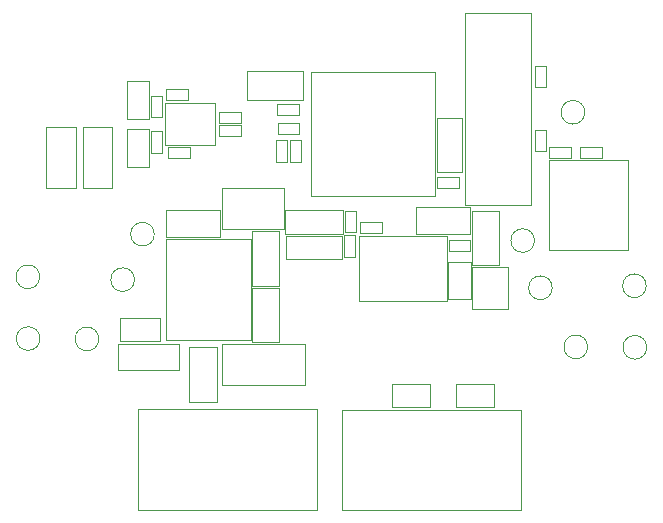
<source format=gbr>
%TF.GenerationSoftware,KiCad,Pcbnew,(5.1.10)-1*%
%TF.CreationDate,2021-11-03T13:15:42+05:30*%
%TF.ProjectId,Modbus_IO_Board,4d6f6462-7573-45f4-994f-5f426f617264,rev?*%
%TF.SameCoordinates,Original*%
%TF.FileFunction,Other,User*%
%FSLAX46Y46*%
G04 Gerber Fmt 4.6, Leading zero omitted, Abs format (unit mm)*
G04 Created by KiCad (PCBNEW (5.1.10)-1) date 2021-11-03 13:15:42*
%MOMM*%
%LPD*%
G01*
G04 APERTURE LIST*
%ADD10C,0.050000*%
%ADD11C,0.100000*%
G04 APERTURE END LIST*
D10*
%TO.C,D11*%
X209650000Y-116000000D02*
X209650000Y-114100000D01*
X209650000Y-114100000D02*
X206450000Y-114100000D01*
X206450000Y-116000000D02*
X206450000Y-114100000D01*
X209650000Y-116000000D02*
X206450000Y-116000000D01*
%TO.C,D10*%
X204250000Y-116025000D02*
X204250000Y-114125000D01*
X204250000Y-114125000D02*
X201050000Y-114125000D01*
X201050000Y-116025000D02*
X201050000Y-114125000D01*
X204250000Y-116025000D02*
X201050000Y-116025000D01*
%TO.C,12V*%
X217590000Y-110940000D02*
G75*
G03*
X217590000Y-110940000I-1000000J0D01*
G01*
X176200000Y-110270000D02*
G75*
G03*
X176200000Y-110270000I-1000000J0D01*
G01*
%TO.C,GND*%
X171220000Y-110240000D02*
G75*
G03*
X171220000Y-110240000I-1000000J0D01*
G01*
X222590000Y-110980000D02*
G75*
G03*
X222590000Y-110980000I-1000000J0D01*
G01*
%TO.C,B*%
X180900000Y-101400000D02*
G75*
G03*
X180900000Y-101400000I-1000000J0D01*
G01*
%TO.C,A*%
X179220000Y-105250000D02*
G75*
G03*
X179220000Y-105250000I-1000000J0D01*
G01*
%TO.C,C8*%
X186625000Y-97480000D02*
X191875000Y-97480000D01*
X191875000Y-97480000D02*
X191875000Y-100980000D01*
X191875000Y-100980000D02*
X186625000Y-100980000D01*
X186625000Y-100980000D02*
X186625000Y-97480000D01*
%TO.C,IC5*%
X221000000Y-95100000D02*
X221000000Y-102700000D01*
X221000000Y-102700000D02*
X214360000Y-102700000D01*
X214360000Y-102700000D02*
X214360000Y-95100000D01*
X214360000Y-95100000D02*
X221000000Y-95100000D01*
%TO.C,GND*%
X217350000Y-91080000D02*
G75*
G03*
X217350000Y-91080000I-1000000J0D01*
G01*
%TO.C,D4*%
X186660000Y-110710000D02*
X193660000Y-110710000D01*
X193660000Y-110710000D02*
X193660000Y-114210000D01*
X193660000Y-114210000D02*
X186660000Y-114210000D01*
X186660000Y-114210000D02*
X186660000Y-110710000D01*
%TO.C,FB1*%
X189200000Y-110560000D02*
X189200000Y-105960000D01*
X189200000Y-105960000D02*
X191500000Y-105960000D01*
X191500000Y-105960000D02*
X191500000Y-110560000D01*
X191500000Y-110560000D02*
X189200000Y-110560000D01*
%TO.C,A*%
X214590000Y-105940000D02*
G75*
G03*
X214590000Y-105940000I-1000000J0D01*
G01*
%TO.C,FB2*%
X207650000Y-99080000D02*
X207650000Y-101380000D01*
X203050000Y-99080000D02*
X207650000Y-99080000D01*
X203050000Y-101380000D02*
X203050000Y-99080000D01*
X207650000Y-101380000D02*
X203050000Y-101380000D01*
%TO.C,IC3*%
X198245000Y-101540000D02*
X205695000Y-101540000D01*
X205695000Y-101540000D02*
X205695000Y-107040000D01*
X205695000Y-107040000D02*
X198245000Y-107040000D01*
X198245000Y-107040000D02*
X198245000Y-101540000D01*
%TO.C,C9*%
X191480000Y-105750000D02*
X189180000Y-105750000D01*
X189180000Y-105750000D02*
X189180000Y-101150000D01*
X189180000Y-101150000D02*
X191480000Y-101150000D01*
X191480000Y-101150000D02*
X191480000Y-105750000D01*
%TO.C,RT1*%
X178002000Y-110423000D02*
X181418000Y-110423000D01*
X178002000Y-108457000D02*
X181418000Y-108457000D01*
X178002000Y-110423000D02*
X178002000Y-108457000D01*
X181418000Y-110423000D02*
X181418000Y-108457000D01*
%TO.C,B*%
X213090000Y-101940000D02*
G75*
G03*
X213090000Y-101940000I-1000000J0D01*
G01*
%TO.C,D3*%
X183020000Y-112940000D02*
X177840000Y-112940000D01*
X177840000Y-112940000D02*
X177840000Y-110720000D01*
X177840000Y-110720000D02*
X183020000Y-110720000D01*
X183020000Y-110730000D02*
X183020000Y-112940000D01*
%TO.C,C12*%
X207760000Y-99420000D02*
X210060000Y-99420000D01*
X210060000Y-99420000D02*
X210060000Y-104020000D01*
X210060000Y-104020000D02*
X207760000Y-104020000D01*
X207760000Y-104020000D02*
X207760000Y-99420000D01*
%TO.C,IC4*%
X181800000Y-93875000D02*
X181800000Y-90325000D01*
X186000000Y-93875000D02*
X181800000Y-93875000D01*
X186000000Y-90325000D02*
X186000000Y-93875000D01*
X181800000Y-90325000D02*
X186000000Y-90325000D01*
%TO.C,D8*%
X177319200Y-97465400D02*
X174830000Y-97465400D01*
X177319200Y-92315400D02*
X177319200Y-97465400D01*
X174830000Y-92315400D02*
X177319200Y-92315400D01*
X174830000Y-97465400D02*
X174830000Y-92315400D01*
%TO.C,IC1*%
X204670000Y-87640000D02*
X204670000Y-98140000D01*
X194170000Y-87640000D02*
X204670000Y-87640000D01*
X194170000Y-98140000D02*
X194170000Y-87640000D01*
X204670000Y-98140000D02*
X194170000Y-98140000D01*
%TO.C,R6*%
X183730000Y-89130000D02*
X183730000Y-90070000D01*
X183730000Y-90070000D02*
X181870000Y-90070000D01*
X181870000Y-90070000D02*
X181870000Y-89130000D01*
X181870000Y-89130000D02*
X183730000Y-89130000D01*
%TO.C,R5*%
X216920000Y-94950000D02*
X216920000Y-94010000D01*
X216920000Y-94010000D02*
X218780000Y-94010000D01*
X218780000Y-94010000D02*
X218780000Y-94950000D01*
X218780000Y-94950000D02*
X216920000Y-94950000D01*
%TO.C,C4*%
X191340000Y-92920000D02*
X191340000Y-92000000D01*
X191340000Y-92000000D02*
X193160000Y-92000000D01*
X193160000Y-92000000D02*
X193160000Y-92920000D01*
X193160000Y-92920000D02*
X191340000Y-92920000D01*
%TO.C,R4*%
X214360000Y-94960000D02*
X214360000Y-94020000D01*
X214360000Y-94020000D02*
X216220000Y-94020000D01*
X216220000Y-94020000D02*
X216220000Y-94960000D01*
X216220000Y-94960000D02*
X214360000Y-94960000D01*
%TO.C,C10*%
X181900000Y-101650000D02*
X181900000Y-99350000D01*
X181900000Y-99350000D02*
X186500000Y-99350000D01*
X186500000Y-99350000D02*
X186500000Y-101650000D01*
X186500000Y-101650000D02*
X181900000Y-101650000D01*
%TO.C,R2*%
X200150000Y-101280000D02*
X198290000Y-101280000D01*
X200150000Y-100340000D02*
X200150000Y-101280000D01*
X198290000Y-100340000D02*
X200150000Y-100340000D01*
X198290000Y-101280000D02*
X198290000Y-100340000D01*
%TO.C,C2*%
X206700000Y-96570000D02*
X206700000Y-97490000D01*
X206700000Y-97490000D02*
X204880000Y-97490000D01*
X204880000Y-97490000D02*
X204880000Y-96570000D01*
X204880000Y-96570000D02*
X206700000Y-96570000D01*
%TO.C,RV1*%
X186240000Y-110950000D02*
X186240000Y-115650000D01*
X186240000Y-115650000D02*
X183840000Y-115650000D01*
X183840000Y-115650000D02*
X183840000Y-110950000D01*
X183840000Y-110950000D02*
X186240000Y-110950000D01*
%TO.C,L1*%
X188780000Y-90000000D02*
X188780000Y-87600000D01*
X188780000Y-87600000D02*
X193480000Y-87600000D01*
X193480000Y-87600000D02*
X193480000Y-90000000D01*
X193480000Y-90000000D02*
X188780000Y-90000000D01*
%TO.C,R3*%
X192120000Y-95300000D02*
X191180000Y-95300000D01*
X191180000Y-95300000D02*
X191180000Y-93440000D01*
X191180000Y-93440000D02*
X192120000Y-93440000D01*
X192120000Y-93440000D02*
X192120000Y-95300000D01*
D11*
%TO.C,U1*%
X207842000Y-107718000D02*
X207842000Y-104162000D01*
X207842000Y-104162000D02*
X210890000Y-104162000D01*
X210890000Y-104162000D02*
X210890000Y-107718000D01*
X210890000Y-107718000D02*
X207842000Y-107718000D01*
D10*
%TO.C,R7*%
X192350000Y-93440000D02*
X193290000Y-93440000D01*
X193290000Y-93440000D02*
X193290000Y-95300000D01*
X193290000Y-95300000D02*
X192350000Y-95300000D01*
X192350000Y-95300000D02*
X192350000Y-93440000D01*
%TO.C,D5*%
X207690000Y-103730000D02*
X207690000Y-106930000D01*
X207690000Y-106930000D02*
X205790000Y-106930000D01*
X205790000Y-103730000D02*
X205790000Y-106930000D01*
X207690000Y-103730000D02*
X205790000Y-103730000D01*
%TO.C,R1*%
X197890000Y-103320000D02*
X196950000Y-103320000D01*
X196950000Y-103320000D02*
X196950000Y-101460000D01*
X196950000Y-101460000D02*
X197890000Y-101460000D01*
X197890000Y-101460000D02*
X197890000Y-103320000D01*
%TO.C,IC2*%
X189100000Y-101825000D02*
X189100000Y-110375000D01*
X189100000Y-110375000D02*
X181900000Y-110375000D01*
X181900000Y-110375000D02*
X181900000Y-101825000D01*
X181900000Y-101825000D02*
X189100000Y-101825000D01*
%TO.C,R8*%
X183930000Y-94030000D02*
X183930000Y-94970000D01*
X183930000Y-94970000D02*
X182070000Y-94970000D01*
X182070000Y-94970000D02*
X182070000Y-94030000D01*
X182070000Y-94030000D02*
X183930000Y-94030000D01*
%TO.C,D7*%
X178575000Y-91675000D02*
X180475000Y-91675000D01*
X180475000Y-91675000D02*
X180475000Y-88475000D01*
X178575000Y-88475000D02*
X180475000Y-88475000D01*
X178575000Y-91675000D02*
X178575000Y-88475000D01*
%TO.C,C5*%
X193130000Y-90420000D02*
X193130000Y-91340000D01*
X193130000Y-91340000D02*
X191310000Y-91340000D01*
X191310000Y-91340000D02*
X191310000Y-90420000D01*
X191310000Y-90420000D02*
X193130000Y-90420000D01*
D11*
%TO.C,Y1*%
X207186000Y-98918000D02*
X207186000Y-82662000D01*
X207186000Y-82662000D02*
X212774000Y-82662000D01*
X212774000Y-82662000D02*
X212774000Y-98918000D01*
X212774000Y-98918000D02*
X207186000Y-98918000D01*
D10*
%TO.C,C3*%
X206920000Y-96170000D02*
X204820000Y-96170000D01*
X204820000Y-96170000D02*
X204820000Y-91570000D01*
X204820000Y-91570000D02*
X206920000Y-91570000D01*
X206920000Y-91570000D02*
X206920000Y-96170000D01*
%TO.C,C13*%
X181560000Y-91510000D02*
X180640000Y-91510000D01*
X180640000Y-91510000D02*
X180640000Y-89690000D01*
X180640000Y-89690000D02*
X181560000Y-89690000D01*
X181560000Y-89690000D02*
X181560000Y-91510000D01*
%TO.C,C16*%
X186390000Y-92140000D02*
X188210000Y-92140000D01*
X186390000Y-93060000D02*
X186390000Y-92140000D01*
X188210000Y-93060000D02*
X186390000Y-93060000D01*
X188210000Y-92140000D02*
X188210000Y-93060000D01*
D11*
%TO.C,D1*%
X192020000Y-101540000D02*
X196820000Y-101540000D01*
X196820000Y-101540000D02*
X196820000Y-103540000D01*
X196820000Y-103540000D02*
X192020000Y-103540000D01*
X192020000Y-103540000D02*
X192020000Y-101540000D01*
D10*
%TO.C,D2*%
X196870000Y-101350000D02*
X192000000Y-101350000D01*
X191990000Y-101350000D02*
X191990000Y-99360000D01*
X191990000Y-99360000D02*
X196880000Y-99360000D01*
X196880000Y-99360000D02*
X196880000Y-101350000D01*
%TO.C,C1*%
X197980000Y-101250000D02*
X197060000Y-101250000D01*
X197060000Y-101250000D02*
X197060000Y-99430000D01*
X197060000Y-99430000D02*
X197980000Y-99430000D01*
X197980000Y-99430000D02*
X197980000Y-101250000D01*
%TO.C,C11*%
X207640000Y-102850000D02*
X205820000Y-102850000D01*
X207640000Y-101930000D02*
X207640000Y-102850000D01*
X205820000Y-101930000D02*
X207640000Y-101930000D01*
X205820000Y-102850000D02*
X205820000Y-101930000D01*
%TO.C,C15*%
X186390000Y-91040000D02*
X188210000Y-91040000D01*
X186390000Y-91960000D02*
X186390000Y-91040000D01*
X188210000Y-91960000D02*
X186390000Y-91960000D01*
X188210000Y-91040000D02*
X188210000Y-91960000D01*
%TO.C,D6*%
X174310000Y-97470000D02*
X171730000Y-97475000D01*
X174310000Y-92320000D02*
X174310000Y-97470000D01*
X171730000Y-92325000D02*
X174310000Y-92320000D01*
X171730000Y-97475000D02*
X171730000Y-92325000D01*
%TO.C,D9*%
X180450000Y-92500000D02*
X178550000Y-92500000D01*
X178550000Y-92500000D02*
X178550000Y-95700000D01*
X180450000Y-95700000D02*
X178550000Y-95700000D01*
X180450000Y-92500000D02*
X180450000Y-95700000D01*
%TO.C,C7*%
X213110000Y-87160000D02*
X214030000Y-87160000D01*
X214030000Y-87160000D02*
X214030000Y-88980000D01*
X214030000Y-88980000D02*
X213110000Y-88980000D01*
X213110000Y-88980000D02*
X213110000Y-87160000D01*
%TO.C,C14*%
X180640000Y-92690000D02*
X181560000Y-92690000D01*
X181560000Y-92690000D02*
X181560000Y-94510000D01*
X181560000Y-94510000D02*
X180640000Y-94510000D01*
X180640000Y-94510000D02*
X180640000Y-92690000D01*
%TO.C,C6*%
X214060000Y-94370000D02*
X213140000Y-94370000D01*
X213140000Y-94370000D02*
X213140000Y-92550000D01*
X213140000Y-92550000D02*
X214060000Y-92550000D01*
X214060000Y-92550000D02*
X214060000Y-94370000D01*
%TO.C,GND*%
X222550000Y-105770000D02*
G75*
G03*
X222550000Y-105770000I-1000000J0D01*
G01*
X171200000Y-105010000D02*
G75*
G03*
X171200000Y-105010000I-1000000J0D01*
G01*
D11*
%TO.C,J3*%
X211990000Y-116250000D02*
X211990000Y-124750000D01*
X196830000Y-116250000D02*
X211990000Y-116250000D01*
X196830000Y-124750000D02*
X196830000Y-116250000D01*
X211990000Y-124750000D02*
X196830000Y-124750000D01*
%TO.C,J2*%
X179540000Y-124740000D02*
X179540000Y-116240000D01*
X194700000Y-124740000D02*
X179540000Y-124740000D01*
X194700000Y-116240000D02*
X194700000Y-124740000D01*
X179540000Y-116240000D02*
X194700000Y-116240000D01*
%TD*%
M02*

</source>
